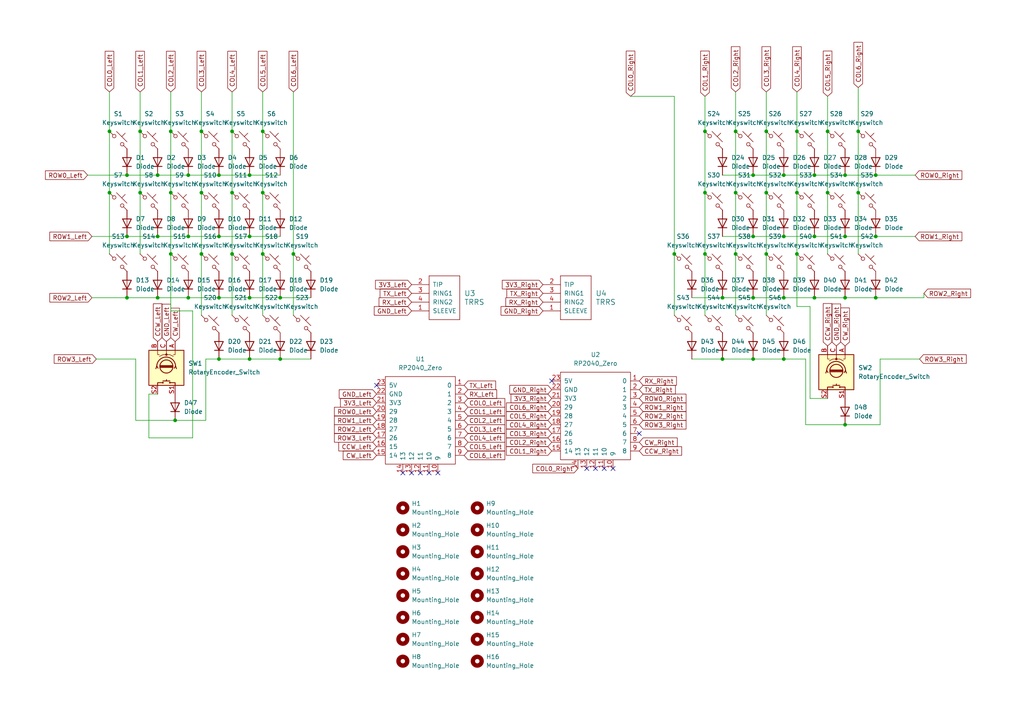
<source format=kicad_sch>
(kicad_sch (version 20230121) (generator eeschema)
  (paper "A4")
  (junction (at 49.53 55.88))
  (junction (at 218.44 104.14))
  (junction (at 245.11 86.36))
  (junction (at 54.61 68.58))
  (junction (at 67.31 55.88))
  (junction (at 222.25 55.88))
  (junction (at 81.28 86.36))
  (junction (at 240.03 38.1))
  (junction (at 85.09 73.66))
  (junction (at 36.83 50.8))
  (junction (at 45.72 86.36))
  (junction (at 245.11 123.19))
  (junction (at 36.83 68.58))
  (junction (at 218.44 50.8))
  (junction (at 254 50.8))
  (junction (at 227.33 86.36))
  (junction (at 67.31 73.66))
  (junction (at 209.55 86.36))
  (junction (at 72.39 86.36))
  (junction (at 31.75 38.1))
  (junction (at 209.55 104.14))
  (junction (at 63.5 104.14))
  (junction (at 58.42 55.88))
  (junction (at 218.44 86.36))
  (junction (at 204.47 73.66))
  (junction (at 245.11 50.8))
  (junction (at 45.72 68.58))
  (junction (at 236.22 86.36))
  (junction (at 204.47 38.1))
  (junction (at 49.53 38.1))
  (junction (at 227.33 68.58))
  (junction (at 58.42 38.1))
  (junction (at 67.31 38.1))
  (junction (at 245.11 68.58))
  (junction (at 218.44 68.58))
  (junction (at 231.14 73.66))
  (junction (at 231.14 55.88))
  (junction (at 50.8 121.92))
  (junction (at 213.36 38.1))
  (junction (at 45.72 50.8))
  (junction (at 76.2 38.1))
  (junction (at 36.83 86.36))
  (junction (at 72.39 68.58))
  (junction (at 49.53 73.66))
  (junction (at 213.36 55.88))
  (junction (at 222.25 73.66))
  (junction (at 231.14 38.1))
  (junction (at 72.39 104.14))
  (junction (at 195.58 73.66))
  (junction (at 81.28 104.14))
  (junction (at 40.64 38.1))
  (junction (at 236.22 68.58))
  (junction (at 72.39 50.8))
  (junction (at 31.75 55.88))
  (junction (at 240.03 55.88))
  (junction (at 236.22 50.8))
  (junction (at 63.5 50.8))
  (junction (at 213.36 73.66))
  (junction (at 248.92 55.88))
  (junction (at 204.47 55.88))
  (junction (at 63.5 86.36))
  (junction (at 227.33 50.8))
  (junction (at 254 68.58))
  (junction (at 76.2 55.88))
  (junction (at 40.64 55.88))
  (junction (at 227.33 104.14))
  (junction (at 58.42 73.66))
  (junction (at 222.25 38.1))
  (junction (at 54.61 50.8))
  (junction (at 254 86.36))
  (junction (at 63.5 68.58))
  (junction (at 54.61 86.36))
  (junction (at 248.92 38.1))
  (junction (at 76.2 73.66))
  (no_connect (at 121.92 137.16))
  (no_connect (at 185.42 125.73))
  (no_connect (at 175.26 135.89))
  (no_connect (at 170.18 135.89))
  (no_connect (at 172.72 135.89))
  (no_connect (at 127 137.16))
  (no_connect (at 119.38 137.16))
  (no_connect (at 124.46 137.16))
  (no_connect (at 160.02 110.49))
  (no_connect (at 109.22 111.76))
  (no_connect (at 116.84 137.16))
  (no_connect (at 177.8 135.89))
  (wire (pts (xy 200.66 86.36) (xy 209.55 86.36)))
  (wire (pts (xy 213.36 55.88) (xy 213.36 73.66)))
  (wire (pts (xy 240.03 55.88) (xy 240.03 73.66)))
  (wire (pts (xy 233.68 104.14) (xy 233.68 123.19)))
  (wire (pts (xy 59.69 121.92) (xy 50.8 121.92)))
  (wire (pts (xy 54.61 50.8) (xy 63.5 50.8)))
  (wire (pts (xy 236.22 50.8) (xy 245.11 50.8)))
  (wire (pts (xy 234.95 115.57) (xy 234.95 88.9)))
  (wire (pts (xy 63.5 104.14) (xy 72.39 104.14)))
  (wire (pts (xy 195.58 27.94) (xy 182.88 27.94)))
  (wire (pts (xy 195.58 73.66) (xy 195.58 27.94)))
  (wire (pts (xy 58.42 73.66) (xy 58.42 91.44)))
  (wire (pts (xy 81.28 104.14) (xy 90.17 104.14)))
  (wire (pts (xy 231.14 55.88) (xy 231.14 73.66)))
  (wire (pts (xy 204.47 38.1) (xy 204.47 55.88)))
  (wire (pts (xy 81.28 86.36) (xy 90.17 86.36)))
  (wire (pts (xy 245.11 50.8) (xy 254 50.8)))
  (wire (pts (xy 222.25 26.67) (xy 222.25 38.1)))
  (wire (pts (xy 255.27 123.19) (xy 255.27 104.14)))
  (wire (pts (xy 76.2 38.1) (xy 76.2 55.88)))
  (wire (pts (xy 248.92 55.88) (xy 248.92 73.66)))
  (wire (pts (xy 76.2 26.67) (xy 76.2 38.1)))
  (wire (pts (xy 72.39 68.58) (xy 81.28 68.58)))
  (wire (pts (xy 231.14 88.9) (xy 231.14 73.66)))
  (wire (pts (xy 40.64 38.1) (xy 40.64 55.88)))
  (wire (pts (xy 36.83 68.58) (xy 45.72 68.58)))
  (wire (pts (xy 40.64 26.67) (xy 40.64 38.1)))
  (wire (pts (xy 254 86.36) (xy 267.97 86.36)))
  (wire (pts (xy 231.14 26.67) (xy 231.14 38.1)))
  (wire (pts (xy 248.92 25.4) (xy 248.92 38.1)))
  (wire (pts (xy 195.58 73.66) (xy 195.58 91.44)))
  (wire (pts (xy 50.8 121.92) (xy 39.37 121.92)))
  (wire (pts (xy 213.36 38.1) (xy 213.36 55.88)))
  (wire (pts (xy 234.95 88.9) (xy 231.14 88.9)))
  (wire (pts (xy 204.47 73.66) (xy 204.47 91.44)))
  (wire (pts (xy 200.66 104.14) (xy 209.55 104.14)))
  (wire (pts (xy 55.88 90.17) (xy 55.88 127)))
  (wire (pts (xy 204.47 55.88) (xy 204.47 73.66)))
  (wire (pts (xy 59.69 104.14) (xy 59.69 121.92)))
  (wire (pts (xy 63.5 104.14) (xy 59.69 104.14)))
  (wire (pts (xy 45.72 86.36) (xy 54.61 86.36)))
  (wire (pts (xy 49.53 38.1) (xy 49.53 55.88)))
  (wire (pts (xy 43.18 114.3) (xy 45.72 114.3)))
  (wire (pts (xy 204.47 27.94) (xy 204.47 38.1)))
  (wire (pts (xy 31.75 55.88) (xy 31.75 73.66)))
  (wire (pts (xy 67.31 73.66) (xy 67.31 91.44)))
  (wire (pts (xy 245.11 86.36) (xy 254 86.36)))
  (wire (pts (xy 58.42 26.67) (xy 58.42 38.1)))
  (wire (pts (xy 209.55 50.8) (xy 218.44 50.8)))
  (wire (pts (xy 236.22 86.36) (xy 245.11 86.36)))
  (wire (pts (xy 67.31 38.1) (xy 67.31 55.88)))
  (wire (pts (xy 255.27 104.14) (xy 266.7 104.14)))
  (wire (pts (xy 63.5 86.36) (xy 72.39 86.36)))
  (wire (pts (xy 227.33 104.14) (xy 233.68 104.14)))
  (wire (pts (xy 67.31 26.67) (xy 67.31 38.1)))
  (wire (pts (xy 227.33 50.8) (xy 236.22 50.8)))
  (wire (pts (xy 76.2 73.66) (xy 76.2 91.44)))
  (wire (pts (xy 85.09 26.67) (xy 85.09 73.66)))
  (wire (pts (xy 240.03 115.57) (xy 234.95 115.57)))
  (wire (pts (xy 63.5 68.58) (xy 72.39 68.58)))
  (wire (pts (xy 55.88 90.17) (xy 49.53 90.17)))
  (wire (pts (xy 39.37 121.92) (xy 39.37 104.14)))
  (wire (pts (xy 267.97 85.09) (xy 267.97 86.36)))
  (wire (pts (xy 222.25 55.88) (xy 222.25 73.66)))
  (wire (pts (xy 26.67 68.58) (xy 36.83 68.58)))
  (wire (pts (xy 58.42 55.88) (xy 58.42 73.66)))
  (wire (pts (xy 31.75 26.67) (xy 31.75 38.1)))
  (wire (pts (xy 227.33 86.36) (xy 236.22 86.36)))
  (wire (pts (xy 209.55 86.36) (xy 218.44 86.36)))
  (wire (pts (xy 58.42 38.1) (xy 58.42 55.88)))
  (wire (pts (xy 36.83 50.8) (xy 45.72 50.8)))
  (wire (pts (xy 63.5 50.8) (xy 72.39 50.8)))
  (wire (pts (xy 54.61 68.58) (xy 63.5 68.58)))
  (wire (pts (xy 209.55 104.14) (xy 218.44 104.14)))
  (wire (pts (xy 218.44 50.8) (xy 227.33 50.8)))
  (wire (pts (xy 85.09 73.66) (xy 85.09 91.44)))
  (wire (pts (xy 248.92 38.1) (xy 248.92 55.88)))
  (wire (pts (xy 55.88 127) (xy 43.18 127)))
  (wire (pts (xy 213.36 26.67) (xy 213.36 38.1)))
  (wire (pts (xy 39.37 104.14) (xy 27.94 104.14)))
  (wire (pts (xy 222.25 73.66) (xy 222.25 91.44)))
  (wire (pts (xy 49.53 26.67) (xy 49.53 38.1)))
  (wire (pts (xy 240.03 38.1) (xy 240.03 55.88)))
  (wire (pts (xy 254 50.8) (xy 265.43 50.8)))
  (wire (pts (xy 245.11 68.58) (xy 254 68.58)))
  (wire (pts (xy 43.18 127) (xy 43.18 114.3)))
  (wire (pts (xy 209.55 68.58) (xy 218.44 68.58)))
  (wire (pts (xy 36.83 86.36) (xy 45.72 86.36)))
  (wire (pts (xy 54.61 86.36) (xy 63.5 86.36)))
  (wire (pts (xy 49.53 90.17) (xy 49.53 73.66)))
  (wire (pts (xy 227.33 68.58) (xy 236.22 68.58)))
  (wire (pts (xy 25.4 50.8) (xy 36.83 50.8)))
  (wire (pts (xy 40.64 55.88) (xy 40.64 73.66)))
  (wire (pts (xy 72.39 104.14) (xy 81.28 104.14)))
  (wire (pts (xy 218.44 86.36) (xy 227.33 86.36)))
  (wire (pts (xy 213.36 73.66) (xy 213.36 91.44)))
  (wire (pts (xy 231.14 38.1) (xy 231.14 55.88)))
  (wire (pts (xy 218.44 104.14) (xy 227.33 104.14)))
  (wire (pts (xy 72.39 86.36) (xy 81.28 86.36)))
  (wire (pts (xy 26.67 86.36) (xy 36.83 86.36)))
  (wire (pts (xy 233.68 123.19) (xy 245.11 123.19)))
  (wire (pts (xy 67.31 55.88) (xy 67.31 73.66)))
  (wire (pts (xy 254 68.58) (xy 265.43 68.58)))
  (wire (pts (xy 45.72 68.58) (xy 54.61 68.58)))
  (wire (pts (xy 49.53 55.88) (xy 49.53 73.66)))
  (wire (pts (xy 222.25 38.1) (xy 222.25 55.88)))
  (wire (pts (xy 45.72 50.8) (xy 54.61 50.8)))
  (wire (pts (xy 31.75 38.1) (xy 31.75 55.88)))
  (wire (pts (xy 245.11 123.19) (xy 255.27 123.19)))
  (wire (pts (xy 76.2 55.88) (xy 76.2 73.66)))
  (wire (pts (xy 72.39 50.8) (xy 81.28 50.8)))
  (wire (pts (xy 240.03 27.94) (xy 240.03 38.1)))
  (wire (pts (xy 236.22 68.58) (xy 245.11 68.58)))
  (wire (pts (xy 218.44 68.58) (xy 227.33 68.58)))
  (global_label "ROW0_Left" (shape input) (at 25.4 50.8 180) (property "Intersheetrefs" "${INTERSHEET_REFS}" (effects hide)))
  (global_label "CW_Right" (shape input) (at 185.42 128.27 0) (property "Intersheetrefs" "${INTERSHEET_REFS}" (effects hide)))
  (global_label "3V3_Left" (shape input) (at 109.22 116.84 180) (property "Intersheetrefs" "${INTERSHEET_REFS}" (effects hide)))
  (global_label "3V3_Left" (shape input) (at 119.38 82.55 180) (property "Intersheetrefs" "${INTERSHEET_REFS}" (effects hide)))
  (global_label "COL4_Right" (shape input) (at 160.02 123.19 180) (property "Intersheetrefs" "${INTERSHEET_REFS}" (effects hide)))
  (global_label "COL4_Left" (shape input) (at 67.31 26.67 90) (property "Intersheetrefs" "${INTERSHEET_REFS}" (effects hide)))
  (global_label "TX_Left" (shape input) (at 134.62 111.76 0) (property "Intersheetrefs" "${INTERSHEET_REFS}" (effects hide)))
  (global_label "COL6_Right" (shape input) (at 160.02 118.11 180) (property "Intersheetrefs" "${INTERSHEET_REFS}" (effects hide)))
  (global_label "COL3_Right" (shape input) (at 222.25 26.67 90) (property "Intersheetrefs" "${INTERSHEET_REFS}" (effects hide)))
  (global_label "COL3_Left" (shape input) (at 134.62 124.46 0) (property "Intersheetrefs" "${INTERSHEET_REFS}" (effects hide)))
  (global_label "CW_Right" (shape input) (at 245.11 100.33 90) (property "Intersheetrefs" "${INTERSHEET_REFS}" (effects hide)))
  (global_label "ROW2_Right" (shape input) (at 267.97 85.09 0) (property "Intersheetrefs" "${INTERSHEET_REFS}" (effects hide)))
  (global_label "COL5_Right" (shape input) (at 160.02 120.65 180) (property "Intersheetrefs" "${INTERSHEET_REFS}" (effects hide)))
  (global_label "CW_Left" (shape input) (at 109.22 132.08 180) (property "Intersheetrefs" "${INTERSHEET_REFS}" (effects hide)))
  (global_label "COL0_Left" (shape input) (at 31.75 26.67 90) (property "Intersheetrefs" "${INTERSHEET_REFS}" (effects hide)))
  (global_label "CCW_Left" (shape input) (at 45.72 99.06 90) (property "Intersheetrefs" "${INTERSHEET_REFS}" (effects hide)))
  (global_label "3V3_Right" (shape input) (at 157.48 82.55 180) (property "Intersheetrefs" "${INTERSHEET_REFS}" (effects hide)))
  (global_label "COL1_Right" (shape input) (at 204.47 27.94 90) (property "Intersheetrefs" "${INTERSHEET_REFS}" (effects hide)))
  (global_label "RX_Right" (shape input) (at 157.48 87.63 180) (property "Intersheetrefs" "${INTERSHEET_REFS}" (effects hide)))
  (global_label "COL6_Left" (shape input) (at 85.09 26.67 90) (property "Intersheetrefs" "${INTERSHEET_REFS}" (effects hide)))
  (global_label "ROW1_Right" (shape input) (at 185.42 118.11 0) (property "Intersheetrefs" "${INTERSHEET_REFS}" (effects hide)))
  (global_label "COL5_Left" (shape input) (at 76.2 26.67 90) (property "Intersheetrefs" "${INTERSHEET_REFS}" (effects hide)))
  (global_label "ROW0_Left" (shape input) (at 109.22 119.38 180) (property "Intersheetrefs" "${INTERSHEET_REFS}" (effects hide)))
  (global_label "COL3_Right" (shape input) (at 160.02 125.73 180) (property "Intersheetrefs" "${INTERSHEET_REFS}" (effects hide)))
  (global_label "ROW2_Left" (shape input) (at 109.22 124.46 180) (property "Intersheetrefs" "${INTERSHEET_REFS}" (effects hide)))
  (global_label "RX_Left" (shape input) (at 134.62 114.3 0) (property "Intersheetrefs" "${INTERSHEET_REFS}" (effects hide)))
  (global_label "COL0_Right" (shape input) (at 182.88 27.94 90) (property "Intersheetrefs" "${INTERSHEET_REFS}" (effects hide)))
  (global_label "ROW3_Right" (shape input) (at 266.7 104.14 0) (property "Intersheetrefs" "${INTERSHEET_REFS}" (effects hide)))
  (global_label "GND_Right" (shape input) (at 157.48 90.17 180) (property "Intersheetrefs" "${INTERSHEET_REFS}" (effects hide)))
  (global_label "CCW_Right" (shape input) (at 240.03 100.33 90) (property "Intersheetrefs" "${INTERSHEET_REFS}" (effects hide)))
  (global_label "COL5_Left" (shape input) (at 134.62 129.54 0) (property "Intersheetrefs" "${INTERSHEET_REFS}" (effects hide)))
  (global_label "3V3_Right" (shape input) (at 160.02 115.57 180) (property "Intersheetrefs" "${INTERSHEET_REFS}" (effects hide)))
  (global_label "COL2_Right" (shape input) (at 160.02 128.27 180) (property "Intersheetrefs" "${INTERSHEET_REFS}" (effects hide)))
  (global_label "CW_Left" (shape input) (at 50.8 99.06 90) (property "Intersheetrefs" "${INTERSHEET_REFS}" (effects hide)))
  (global_label "ROW1_Right" (shape input) (at 265.43 68.58 0) (property "Intersheetrefs" "${INTERSHEET_REFS}" (effects hide)))
  (global_label "COL5_Right" (shape input) (at 240.03 27.94 90) (property "Intersheetrefs" "${INTERSHEET_REFS}" (effects hide)))
  (global_label "TX_Right" (shape input) (at 157.48 85.09 180) (property "Intersheetrefs" "${INTERSHEET_REFS}" (effects hide)))
  (global_label "COL6_Left" (shape input) (at 134.62 132.08 0) (property "Intersheetrefs" "${INTERSHEET_REFS}" (effects hide)))
  (global_label "ROW3_Left" (shape input) (at 27.94 104.14 180) (property "Intersheetrefs" "${INTERSHEET_REFS}" (effects hide)))
  (global_label "ROW2_Left" (shape input) (at 26.67 86.36 180) (property "Intersheetrefs" "${INTERSHEET_REFS}" (effects hide)))
  (global_label "CCW_Left" (shape input) (at 109.22 129.54 180) (property "Intersheetrefs" "${INTERSHEET_REFS}" (effects hide)))
  (global_label "GND_Left" (shape input) (at 119.38 90.17 180) (property "Intersheetrefs" "${INTERSHEET_REFS}" (effects hide)))
  (global_label "GND_Left" (shape input) (at 109.22 114.3 180) (property "Intersheetrefs" "${INTERSHEET_REFS}" (effects hide)))
  (global_label "COL0_Left" (shape input) (at 134.62 116.84 0) (property "Intersheetrefs" "${INTERSHEET_REFS}" (effects hide)))
  (global_label "COL3_Left" (shape input) (at 58.42 26.67 90) (property "Intersheetrefs" "${INTERSHEET_REFS}" (effects hide)))
  (global_label "ROW1_Left" (shape input) (at 109.22 121.92 180) (property "Intersheetrefs" "${INTERSHEET_REFS}" (effects hide)))
  (global_label "GND_Left" (shape input) (at 48.26 99.06 90) (property "Intersheetrefs" "${INTERSHEET_REFS}" (effects hide)))
  (global_label "COL2_Left" (shape input) (at 134.62 121.92 0) (property "Intersheetrefs" "${INTERSHEET_REFS}" (effects hide)))
  (global_label "ROW1_Left" (shape input) (at 26.67 68.58 180) (property "Intersheetrefs" "${INTERSHEET_REFS}" (effects hide)))
  (global_label "ROW2_Right" (shape input) (at 185.42 120.65 0) (property "Intersheetrefs" "${INTERSHEET_REFS}" (effects hide)))
  (global_label "RX_Right" (shape input) (at 185.42 110.49 0) (property "Intersheetrefs" "${INTERSHEET_REFS}" (effects hide)))
  (global_label "COL1_Left" (shape input) (at 40.64 26.67 90) (property "Intersheetrefs" "${INTERSHEET_REFS}" (effects hide)))
  (global_label "ROW3_Right" (shape input) (at 185.42 123.19 0) (property "Intersheetrefs" "${INTERSHEET_REFS}" (effects hide)))
  (global_label "COL2_Left" (shape input) (at 49.53 26.67 90) (property "Intersheetrefs" "${INTERSHEET_REFS}" (effects hide)))
  (global_label "COL1_Left" (shape input) (at 134.62 119.38 0) (property "Intersheetrefs" "${INTERSHEET_REFS}" (effects hide)))
  (global_label "COL0_Right" (shape input) (at 167.64 135.89 180) (property "Intersheetrefs" "${INTERSHEET_REFS}" (effects hide)))
  (global_label "TX_Left" (shape input) (at 119.38 85.09 180) (property "Intersheetrefs" "${INTERSHEET_REFS}" (effects hide)))
  (global_label "ROW0_Right" (shape input) (at 265.43 50.8 0) (property "Intersheetrefs" "${INTERSHEET_REFS}" (effects hide)))
  (global_label "TX_Right" (shape input) (at 185.42 113.03 0) (property "Intersheetrefs" "${INTERSHEET_REFS}" (effects hide)))
  (global_label "RX_Left" (shape input) (at 119.38 87.63 180) (property "Intersheetrefs" "${INTERSHEET_REFS}" (effects hide)))
  (global_label "GND_Right" (shape input) (at 160.02 113.03 180) (property "Intersheetrefs" "${INTERSHEET_REFS}" (effects hide)))
  (global_label "CCW_Right" (shape input) (at 185.42 130.81 0) (property "Intersheetrefs" "${INTERSHEET_REFS}" (effects hide)))
  (global_label "COL1_Right" (shape input) (at 160.02 130.81 180) (property "Intersheetrefs" "${INTERSHEET_REFS}" (effects hide)))
  (global_label "GND_Right" (shape input) (at 242.57 100.33 90) (property "Intersheetrefs" "${INTERSHEET_REFS}" (effects hide)))
  (global_label "COL2_Right" (shape input) (at 213.36 26.67 90) (property "Intersheetrefs" "${INTERSHEET_REFS}" (effects hide)))
  (global_label "COL4_Right" (shape input) (at 231.14 26.67 90) (property "Intersheetrefs" "${INTERSHEET_REFS}" (effects hide)))
  (global_label "COL4_Left" (shape input) (at 134.62 127 0) (property "Intersheetrefs" "${INTERSHEET_REFS}" (effects hide)))
  (global_label "COL6_Right" (shape input) (at 248.92 25.4 90) (property "Intersheetrefs" "${INTERSHEET_REFS}" (effects hide)))
  (global_label "ROW0_Right" (shape input) (at 185.42 115.57 0) (property "Intersheetrefs" "${INTERSHEET_REFS}" (effects hide)))
  (global_label "ROW3_Left" (shape input) (at 109.22 127 180) (property "Intersheetrefs" "${INTERSHEET_REFS}" (effects hide)))
  (symbol (lib_id "ScottoKeebs:Placeholder_Diode") (at 236.22 82.55 90) (unit 1)
    (property "Reference" "D40" (at 238.76 81.28 90) (effects (justify right)))
    (property "Value" "Diode" (at 238.76 83.82 90) (effects (justify right)))
    (property "Footprint" "ScottoKeebs_Components:Diode_DO-35" (effects hide))
    (property "Sim.Device" "D" (effects hide))
    (property "Sim.Pins" "1=K 2=A" (effects hide))
  )
  (symbol (lib_id "ScottoKeebs:Placeholder_Diode") (at 81.28 64.77 90) (unit 1)
    (property "Reference" "D12" (at 83.82 63.5 90) (effects (justify right)))
    (property "Value" "Diode" (at 83.82 66.04 90) (effects (justify right)))
    (property "Footprint" "ScottoKeebs_Components:Diode_DO-35" (effects hide))
    (property "Sim.Device" "D" (effects hide))
    (property "Sim.Pins" "1=K 2=A" (effects hide))
  )
  (symbol (lib_id "ScottoKeebs:Placeholder_Diode") (at 72.39 46.99 90) (unit 1)
    (property "Reference" "D5" (at 74.93 45.72 90) (effects (justify right)))
    (property "Value" "Diode" (at 74.93 48.26 90) (effects (justify right)))
    (property "Footprint" "ScottoKeebs_Components:Diode_DO-35" (effects hide))
    (property "Sim.Device" "D" (effects hide))
    (property "Sim.Pins" "1=K 2=A" (effects hide))
  )
  (symbol (lib_id "Device:RotaryEncoder_Switch") (at 242.57 107.95 270) (unit 1)
    (property "Reference" "SW2" (at 248.92 106.68 90) (effects (justify left)))
    (property "Value" "RotaryEncoder_Switch" (at 248.92 109.22 90) (effects (justify left)))
    (property "Footprint" "Rotary_Encoder:RotaryEncoder_Alps_EC11E-Switch_Vertical_H20mm_CircularMountingHoles" (effects hide))
  )
  (symbol (lib_id "ScottoKeebs:Placeholder_Diode") (at 81.28 82.55 90) (unit 1)
    (property "Reference" "D18" (at 83.82 81.28 90) (effects (justify right)))
    (property "Value" "Diode" (at 83.82 83.82 90) (effects (justify right)))
    (property "Footprint" "ScottoKeebs_Components:Diode_DO-35" (effects hide))
    (property "Sim.Device" "D" (effects hide))
    (property "Sim.Pins" "1=K 2=A" (effects hide))
  )
  (symbol (lib_id "ScottoKeebs:Placeholder_Keyswitch") (at 242.57 76.2 0) (unit 1)
    (property "Reference" "S41" (at 242.57 68.58 0))
    (property "Value" "Keyswitch" (at 242.57 71.12 0))
    (property "Footprint" "ScottoKeebs_MX:MX_PCB_1.00u" (effects hide))
  )
  (symbol (lib_id "ScottoKeebs:Placeholder_Keyswitch") (at 43.18 40.64 0) (unit 1)
    (property "Reference" "S2" (at 43.18 33.02 0))
    (property "Value" "Keyswitch" (at 43.18 35.56 0))
    (property "Footprint" "ScottoKeebs_MX:MX_PCB_1.00u" (effects hide))
  )
  (symbol (lib_id "ScottoKeebs:Placeholder_Keyswitch") (at 233.68 76.2 0) (unit 1)
    (property "Reference" "S40" (at 233.68 68.58 0))
    (property "Value" "Keyswitch" (at 233.68 71.12 0))
    (property "Footprint" "ScottoKeebs_MX:MX_PCB_1.00u" (effects hide))
  )
  (symbol (lib_id "ScottoKeebs:Placeholder_Keyswitch") (at 78.74 76.2 0) (unit 1)
    (property "Reference" "S18" (at 78.74 68.58 0))
    (property "Value" "Keyswitch" (at 78.74 71.12 0))
    (property "Footprint" "ScottoKeebs_MX:MX_PCB_1.00u" (effects hide))
  )
  (symbol (lib_id "ScottoKeebs:Placeholder_Keyswitch") (at 34.29 58.42 0) (unit 1)
    (property "Reference" "S7" (at 34.29 50.8 0))
    (property "Value" "Keyswitch" (at 34.29 53.34 0))
    (property "Footprint" "ScottoKeebs_MX:MX_PCB_1.00u" (effects hide))
  )
  (symbol (lib_id "ScottoKeebs:Placeholder_Diode") (at 245.11 46.99 90) (unit 1)
    (property "Reference" "D28" (at 247.65 45.72 90) (effects (justify right)))
    (property "Value" "Diode" (at 247.65 48.26 90) (effects (justify right)))
    (property "Footprint" "ScottoKeebs_Components:Diode_DO-35" (effects hide))
    (property "Sim.Device" "D" (effects hide))
    (property "Sim.Pins" "1=K 2=A" (effects hide))
  )
  (symbol (lib_id "ScottoKeebs:Placeholder_Diode") (at 90.17 82.55 90) (unit 1)
    (property "Reference" "D19" (at 92.71 81.28 90) (effects (justify right)))
    (property "Value" "Diode" (at 92.71 83.82 90) (effects (justify right)))
    (property "Footprint" "ScottoKeebs_Components:Diode_DO-35" (effects hide))
    (property "Sim.Device" "D" (effects hide))
    (property "Sim.Pins" "1=K 2=A" (effects hide))
  )
  (symbol (lib_id "ScottoKeebs:Placeholder_Keyswitch") (at 198.12 93.98 0) (unit 1)
    (property "Reference" "S43" (at 198.12 86.36 0))
    (property "Value" "Keyswitch" (at 198.12 88.9 0))
    (property "Footprint" "ScottoKeebs_MX:MX_PCB_1.00u" (effects hide))
  )
  (symbol (lib_id "ScottoKeebs:Placeholder_Diode") (at 45.72 64.77 90) (unit 1)
    (property "Reference" "D8" (at 48.26 63.5 90) (effects (justify right)))
    (property "Value" "Diode" (at 48.26 66.04 90) (effects (justify right)))
    (property "Footprint" "ScottoKeebs_Components:Diode_DO-35" (effects hide))
    (property "Sim.Device" "D" (effects hide))
    (property "Sim.Pins" "1=K 2=A" (effects hide))
  )
  (symbol (lib_id "ScottoKeebs:Placeholder_Diode") (at 81.28 100.33 90) (unit 1)
    (property "Reference" "D22" (at 83.82 99.06 90) (effects (justify right)))
    (property "Value" "Diode" (at 83.82 101.6 90) (effects (justify right)))
    (property "Footprint" "ScottoKeebs_Components:Diode_DO-35" (effects hide))
    (property "Sim.Device" "D" (effects hide))
    (property "Sim.Pins" "1=K 2=A" (effects hide))
  )
  (symbol (lib_id "ScottoKeebs:Placeholder_Keyswitch") (at 69.85 93.98 0) (unit 1)
    (property "Reference" "S21" (at 69.85 86.36 0))
    (property "Value" "Keyswitch" (at 69.85 88.9 0))
    (property "Footprint" "ScottoKeebs_MX:MX_PCB_1.00u" (effects hide))
  )
  (symbol (lib_id "ScottoKeebs:Placeholder_Diode") (at 36.83 46.99 90) (unit 1)
    (property "Reference" "D1" (at 39.37 45.72 90) (effects (justify right)))
    (property "Value" "Diode" (at 39.37 48.26 90) (effects (justify right)))
    (property "Footprint" "ScottoKeebs_Components:Diode_DO-35" (effects hide))
    (property "Sim.Device" "D" (effects hide))
    (property "Sim.Pins" "1=K 2=A" (effects hide))
  )
  (symbol (lib_id "ScottoKeebs:Placeholder_Diode") (at 36.83 64.77 90) (unit 1)
    (property "Reference" "D7" (at 39.37 63.5 90) (effects (justify right)))
    (property "Value" "Diode" (at 39.37 66.04 90) (effects (justify right)))
    (property "Footprint" "ScottoKeebs_Components:Diode_DO-35" (effects hide))
    (property "Sim.Device" "D" (effects hide))
    (property "Sim.Pins" "1=K 2=A" (effects hide))
  )
  (symbol (lib_id "ScottoKeebs:Placeholder_Keyswitch") (at 60.96 76.2 0) (unit 1)
    (property "Reference" "S16" (at 60.96 68.58 0))
    (property "Value" "Keyswitch" (at 60.96 71.12 0))
    (property "Footprint" "ScottoKeebs_MX:MX_PCB_1.00u" (effects hide))
  )
  (symbol (lib_id "ScottoKeebs:Placeholder_Keyswitch") (at 224.79 58.42 0) (unit 1)
    (property "Reference" "S32" (at 224.79 50.8 0))
    (property "Value" "Keyswitch" (at 224.79 53.34 0))
    (property "Footprint" "ScottoKeebs_MX:MX_PCB_1.00u" (effects hide))
  )
  (symbol (lib_id "ScottoKeebs:Placeholder_Diode") (at 72.39 64.77 90) (unit 1)
    (property "Reference" "D11" (at 74.93 63.5 90) (effects (justify right)))
    (property "Value" "Diode" (at 74.93 66.04 90) (effects (justify right)))
    (property "Footprint" "ScottoKeebs_Components:Diode_DO-35" (effects hide))
    (property "Sim.Device" "D" (effects hide))
    (property "Sim.Pins" "1=K 2=A" (effects hide))
  )
  (symbol (lib_id "ScottoKeebs:Placeholder_Keyswitch") (at 207.01 93.98 0) (unit 1)
    (property "Reference" "S44" (at 207.01 86.36 0))
    (property "Value" "Keyswitch" (at 207.01 88.9 0))
    (property "Footprint" "ScottoKeebs_MX:MX_PCB_1.00u" (effects hide))
  )
  (symbol (lib_id "ScottoKeebs:Placeholder_Keyswitch") (at 224.79 93.98 0) (unit 1)
    (property "Reference" "S46" (at 224.79 86.36 0))
    (property "Value" "Keyswitch" (at 224.79 88.9 0))
    (property "Footprint" "ScottoKeebs_MX:MX_PCB_1.00u" (effects hide))
  )
  (symbol (lib_id "ScottoKeebs:Placeholder_Mounting_Hole") (at 116.84 160.02 0) (unit 1)
    (property "Reference" "H3" (at 119.38 158.75 0) (effects (justify left)))
    (property "Value" "Mounting_Hole" (at 119.38 161.29 0) (effects (justify left)))
    (property "Footprint" "MountingHole:MountingHole_2.2mm_M2" (effects hide))
  )
  (symbol (lib_id "ScottoKeebs:Placeholder_Mounting_Hole") (at 116.84 185.42 0) (unit 1)
    (property "Reference" "H7" (at 119.38 184.15 0) (effects (justify left)))
    (property "Value" "Mounting_Hole" (at 119.38 186.69 0) (effects (justify left)))
    (property "Footprint" "MountingHole:MountingHole_2.2mm_M2" (effects hide))
  )
  (symbol (lib_id "ScottoKeebs:Placeholder_Mounting_Hole") (at 138.43 147.32 0) (unit 1)
    (property "Reference" "H9" (at 140.97 146.05 0) (effects (justify left)))
    (property "Value" "Mounting_Hole" (at 140.97 148.59 0) (effects (justify left)))
    (property "Footprint" "MountingHole:MountingHole_2.2mm_M2" (effects hide))
  )
  (symbol (lib_id "ScottoKeebs:Placeholder_Keyswitch") (at 78.74 40.64 0) (unit 1)
    (property "Reference" "S6" (at 78.74 33.02 0))
    (property "Value" "Keyswitch" (at 78.74 35.56 0))
    (property "Footprint" "ScottoKeebs_MX:MX_PCB_1.00u" (effects hide))
  )
  (symbol (lib_id "ScottoKeebs:Placeholder_Keyswitch") (at 52.07 40.64 0) (unit 1)
    (property "Reference" "S3" (at 52.07 33.02 0))
    (property "Value" "Keyswitch" (at 52.07 35.56 0))
    (property "Footprint" "ScottoKeebs_MX:MX_PCB_1.00u" (effects hide))
  )
  (symbol (lib_id "ScottoKeebs:Placeholder_Mounting_Hole") (at 116.84 153.67 0) (unit 1)
    (property "Reference" "H2" (at 119.38 152.4 0) (effects (justify left)))
    (property "Value" "Mounting_Hole" (at 119.38 154.94 0) (effects (justify left)))
    (property "Footprint" "MountingHole:MountingHole_2.2mm_M2" (effects hide))
  )
  (symbol (lib_id "ScottoKeebs:Placeholder_Diode") (at 254 46.99 90) (unit 1)
    (property "Reference" "D29" (at 256.54 45.72 90) (effects (justify right)))
    (property "Value" "Diode" (at 256.54 48.26 90) (effects (justify right)))
    (property "Footprint" "ScottoKeebs_Components:Diode_DO-35" (effects hide))
    (property "Sim.Device" "D" (effects hide))
    (property "Sim.Pins" "1=K 2=A" (effects hide))
  )
  (symbol (lib_id "ScottoKeebs:Placeholder_Keyswitch") (at 34.29 76.2 0) (unit 1)
    (property "Reference" "S13" (at 34.29 68.58 0))
    (property "Value" "Keyswitch" (at 34.29 71.12 0))
    (property "Footprint" "ScottoKeebs_MX:MX_PCB_1.00u" (effects hide))
  )
  (symbol (lib_id "ScottoKeebs:Placeholder_Diode") (at 245.11 64.77 90) (unit 1)
    (property "Reference" "D34" (at 247.65 63.5 90) (effects (justify right)))
    (property "Value" "Diode" (at 247.65 66.04 90) (effects (justify right)))
    (property "Footprint" "ScottoKeebs_Components:Diode_DO-35" (effects hide))
    (property "Sim.Device" "D" (effects hide))
    (property "Sim.Pins" "1=K 2=A" (effects hide))
  )
  (symbol (lib_id "ScottoKeebs:Placeholder_Diode") (at 63.5 82.55 90) (unit 1)
    (property "Reference" "D16" (at 66.04 81.28 90) (effects (justify right)))
    (property "Value" "Diode" (at 66.04 83.82 90) (effects (justify right)))
    (property "Footprint" "ScottoKeebs_Components:Diode_DO-35" (effects hide))
    (property "Sim.Device" "D" (effects hide))
    (property "Sim.Pins" "1=K 2=A" (effects hide))
  )
  (symbol (lib_id "ScottoKeebs:Placeholder_Keyswitch") (at 60.96 58.42 0) (unit 1)
    (property "Reference" "S10" (at 60.96 50.8 0))
    (property "Value" "Keyswitch" (at 60.96 53.34 0))
    (property "Footprint" "ScottoKeebs_MX:MX_PCB_1.00u" (effects hide))
  )
  (symbol (lib_id "ScottoKeebs:Placeholder_Keyswitch") (at 215.9 58.42 0) (unit 1)
    (property "Reference" "S31" (at 215.9 50.8 0))
    (property "Value" "Keyswitch" (at 215.9 53.34 0))
    (property "Footprint" "ScottoKeebs_MX:MX_PCB_1.00u" (effects hide))
  )
  (symbol (lib_id "ScottoKeebs:Placeholder_Keyswitch") (at 207.01 40.64 0) (unit 1)
    (property "Reference" "S24" (at 207.01 33.02 0))
    (property "Value" "Keyswitch" (at 207.01 35.56 0))
    (property "Footprint" "ScottoKeebs_MX:MX_PCB_1.00u" (effects hide))
  )
  (symbol (lib_id "ScottoKeebs:Placeholder_Mounting_Hole") (at 138.43 185.42 0) (unit 1)
    (property "Reference" "H15" (at 140.97 184.15 0) (effects (justify left)))
    (property "Value" "Mounting_Hole" (at 140.97 186.69 0) (effects (justify left)))
    (property "Footprint" "MountingHole:MountingHole_2.2mm_M2" (effects hide))
  )
  (symbol (lib_id "ScottoKeebs:Placeholder_Keyswitch") (at 87.63 93.98 0) (unit 1)
    (property "Reference" "S23" (at 87.63 86.36 0))
    (property "Value" "Keyswitch" (at 87.63 88.9 0))
    (property "Footprint" "ScottoKeebs_MX:MX_PCB_1.00u" (effects hide))
  )
  (symbol (lib_id "ScottoKeebs:Placeholder_Diode") (at 227.33 46.99 90) (unit 1)
    (property "Reference" "D26" (at 229.87 45.72 90) (effects (justify right)))
    (property "Value" "Diode" (at 229.87 48.26 90) (effects (justify right)))
    (property "Footprint" "ScottoKeebs_Components:Diode_DO-35" (effects hide))
    (property "Sim.Device" "D" (effects hide))
    (property "Sim.Pins" "1=K 2=A" (effects hide))
  )
  (symbol (lib_id "ScottoKeebs:Placeholder_Diode") (at 227.33 64.77 90) (unit 1)
    (property "Reference" "D32" (at 229.87 63.5 90) (effects (justify right)))
    (property "Value" "Diode" (at 229.87 66.04 90) (effects (justify right)))
    (property "Footprint" "ScottoKeebs_Components:Diode_DO-35" (effects hide))
    (property "Sim.Device" "D" (effects hide))
    (property "Sim.Pins" "1=K 2=A" (effects hide))
  )
  (symbol (lib_id "ScottoKeebs:Placeholder_Mounting_Hole") (at 138.43 191.77 0) (unit 1)
    (property "Reference" "H16" (at 140.97 190.5 0) (effects (justify left)))
    (property "Value" "Mounting_Hole" (at 140.97 193.04 0) (effects (justify left)))
    (property "Footprint" "MountingHole:MountingHole_2.2mm_M2" (effects hide))
  )
  (symbol (lib_id "ScottoKeebs:Placeholder_Keyswitch") (at 233.68 40.64 0) (unit 1)
    (property "Reference" "S27" (at 233.68 33.02 0))
    (property "Value" "Keyswitch" (at 233.68 35.56 0))
    (property "Footprint" "ScottoKeebs_MX:MX_PCB_1.00u" (effects hide))
  )
  (symbol (lib_id "ScottoKeebs:Placeholder_Keyswitch") (at 215.9 93.98 0) (unit 1)
    (property "Reference" "S45" (at 215.9 86.36 0))
    (property "Value" "Keyswitch" (at 215.9 88.9 0))
    (property "Footprint" "ScottoKeebs_MX:MX_PCB_1.00u" (effects hide))
  )
  (symbol (lib_id "ScottoKeebs:Placeholder_Keyswitch") (at 78.74 58.42 0) (unit 1)
    (property "Reference" "S12" (at 78.74 50.8 0))
    (property "Value" "Keyswitch" (at 78.74 53.34 0))
    (property "Footprint" "ScottoKeebs_MX:MX_PCB_1.00u" (effects hide))
  )
  (symbol (lib_id "ScottoKeebs:Placeholder_Keyswitch") (at 251.46 40.64 0) (unit 1)
    (property "Reference" "S29" (at 251.46 33.02 0))
    (property "Value" "Keyswitch" (at 251.46 35.56 0))
    (property "Footprint" "ScottoKeebs_MX:MX_PCB_1.00u" (effects hide))
  )
  (symbol (lib_id "ScottoKeebs:Placeholder_Diode") (at 63.5 64.77 90) (unit 1)
    (property "Reference" "D10" (at 66.04 63.5 90) (effects (justify right)))
    (property "Value" "Diode" (at 66.04 66.04 90) (effects (justify right)))
    (property "Footprint" "ScottoKeebs_Components:Diode_DO-35" (effects hide))
    (property "Sim.Device" "D" (effects hide))
    (property "Sim.Pins" "1=K 2=A" (effects hide))
  )
  (symbol (lib_id "ScottoKeebs:Placeholder_Diode") (at 45.72 46.99 90) (unit 1)
    (property "Reference" "D2" (at 48.26 45.72 90) (effects (justify right)))
    (property "Value" "Diode" (at 48.26 48.26 90) (effects (justify right)))
    (property "Footprint" "ScottoKeebs_Components:Diode_DO-35" (effects hide))
    (property "Sim.Device" "D" (effects hide))
    (property "Sim.Pins" "1=K 2=A" (effects hide))
  )
  (symbol (lib_id "ScottoKeebs:Placeholder_Diode") (at 54.61 82.55 90) (unit 1)
    (property "Reference" "D15" (at 57.15 81.28 90) (effects (justify right)))
    (property "Value" "Diode" (at 57.15 83.82 90) (effects (justify right)))
    (property "Footprint" "ScottoKeebs_Components:Diode_DO-35" (effects hide))
    (property "Sim.Device" "D" (effects hide))
    (property "Sim.Pins" "1=K 2=A" (effects hide))
  )
  (symbol (lib_id "ScottoKeebs:Placeholder_Keyswitch") (at 233.68 58.42 0) (unit 1)
    (property "Reference" "S33" (at 233.68 50.8 0))
    (property "Value" "Keyswitch" (at 233.68 53.34 0))
    (property "Footprint" "ScottoKeebs_MX:MX_PCB_1.00u" (effects hide))
  )
  (symbol (lib_id "ScottoKeebs:Placeholder_Keyswitch") (at 215.9 40.64 0) (unit 1)
    (property "Reference" "S25" (at 215.9 33.02 0))
    (property "Value" "Keyswitch" (at 215.9 35.56 0))
    (property "Footprint" "ScottoKeebs_MX:MX_PCB_1.00u" (effects hide))
  )
  (symbol (lib_id "ScottoKeebs:Placeholder_Diode") (at 209.55 100.33 90) (unit 1)
    (property "Reference" "D44" (at 212.09 99.06 90) (effects (justify right)))
    (property "Value" "Diode" (at 212.09 101.6 90) (effects (justify right)))
    (property "Footprint" "ScottoKeebs_Components:Diode_DO-35" (effects hide))
    (property "Sim.Device" "D" (effects hide))
    (property "Sim.Pins" "1=K 2=A" (effects hide))
  )
  (symbol (lib_id "ScottoKeebs:MCU_RP2040_Zero") (at 121.92 120.65 0) (unit 1)
    (property "Reference" "U1" (at 121.92 104.14 0))
    (property "Value" "RP2040_Zero" (at 121.92 106.68 0))
    (property "Footprint" "ScottoKeebs_MCU:RP2040_Zero" (effects hide))
  )
  (symbol (lib_id "ScottoKeebs:Placeholder_Diode") (at 45.72 82.55 90) (unit 1)
    (property "Reference" "D14" (at 48.26 81.28 90) (effects (justify right)))
    (property "Value" "Diode" (at 48.26 83.82 90) (effects (justify right)))
    (property "Footprint" "ScottoKeebs_Components:Diode_DO-35" (effects hide))
    (property "Sim.Device" "D" (effects hide))
    (property "Sim.Pins" "1=K 2=A" (effects hide))
  )
  (symbol (lib_id "ScottoKeebs:Placeholder_Keyswitch") (at 52.07 58.42 0) (unit 1)
    (property "Reference" "S9" (at 52.07 50.8 0))
    (property "Value" "Keyswitch" (at 52.07 53.34 0))
    (property "Footprint" "ScottoKeebs_MX:MX_PCB_1.00u" (effects hide))
  )
  (symbol (lib_id "ScottoKeebs:Placeholder_Keyswitch") (at 87.63 76.2 0) (unit 1)
    (property "Reference" "S19" (at 87.63 68.58 0))
    (property "Value" "Keyswitch" (at 87.63 71.12 0))
    (property "Footprint" "ScottoKeebs_MX:MX_PCB_1.00u" (effects hide))
  )
  (symbol (lib_id "ScottoKeebs:Placeholder_Keyswitch") (at 60.96 93.98 0) (unit 1)
    (property "Reference" "S20" (at 60.96 86.36 0))
    (property "Value" "Keyswitch" (at 60.96 88.9 0))
    (property "Footprint" "ScottoKeebs_MX:MX_PCB_1.00u" (effects hide))
  )
  (symbol (lib_id "ScottoKeebs:Placeholder_TRRS") (at 128.27 92.71 0) (unit 1)
    (property "Reference" "U3" (at 134.62 85.09 0) (effects (font (size 1.524 1.524)) (justify left)))
    (property "Value" "TRRS" (at 134.62 87.63 0) (effects (font (size 1.524 1.524)) (justify left)))
    (property "Footprint" "ScottoKeebs_Components:TRRS_PJ-320A" (effects hide))
  )
  (symbol (lib_id "ScottoKeebs:Placeholder_Keyswitch") (at 242.57 40.64 0) (unit 1)
    (property "Reference" "S28" (at 242.57 33.02 0))
    (property "Value" "Keyswitch" (at 242.57 35.56 0))
    (property "Footprint" "ScottoKeebs_MX:MX_PCB_1.00u" (effects hide))
  )
  (symbol (lib_id "ScottoKeebs:Placeholder_Diode") (at 245.11 82.55 90) (unit 1)
    (property "Reference" "D41" (at 247.65 81.28 90) (effects (justify right)))
    (property "Value" "Diode" (at 247.65 83.82 90) (effects (justify right)))
    (property "Footprint" "ScottoKeebs_Components:Diode_DO-35" (effects hide))
    (property "Sim.Device" "D" (effects hide))
    (property "Sim.Pins" "1=K 2=A" (effects hide))
  )
  (symbol (lib_id "ScottoKeebs:Placeholder_Keyswitch") (at 207.01 76.2 0) (unit 1)
    (property "Reference" "S37" (at 207.01 68.58 0))
    (property "Value" "Keyswitch" (at 207.01 71.12 0))
    (property "Footprint" "ScottoKeebs_MX:MX_PCB_1.00u" (effects hide))
  )
  (symbol (lib_id "ScottoKeebs:Placeholder_Keyswitch") (at 43.18 76.2 0) (unit 1)
    (property "Reference" "S14" (at 43.18 68.58 0))
    (property "Value" "Keyswitch" (at 43.18 71.12 0))
    (property "Footprint" "ScottoKeebs_MX:MX_PCB_1.00u" (effects hide))
  )
  (symbol (lib_id "ScottoKeebs:Placeholder_Keyswitch") (at 78.74 93.98 0) (unit 1)
    (property "Reference" "S22" (at 78.74 86.36 0))
    (property "Value" "Keyswitch" (at 78.74 88.9 0))
    (property "Footprint" "ScottoKeebs_MX:MX_PCB_1.00u" (effects hide))
  )
  (symbol (lib_id "ScottoKeebs:Placeholder_Keyswitch") (at 215.9 76.2 0) (unit 1)
    (property "Reference" "S38" (at 215.9 68.58 0))
    (property "Value" "Keyswitch" (at 215.9 71.12 0))
    (property "Footprint" "ScottoKeebs_MX:MX_PCB_1.00u" (effects hide))
  )
  (symbol (lib_id "ScottoKeebs:Placeholder_Keyswitch") (at 43.18 58.42 0) (unit 1)
    (property "Reference" "S8" (at 43.18 50.8 0))
    (property "Value" "Keyswitch" (at 43.18 53.34 0))
    (property "Footprint" "ScottoKeebs_MX:MX_PCB_1.00u" (effects hide))
  )
  (symbol (lib_id "ScottoKeebs:Placeholder_Diode") (at 227.33 100.33 90) (unit 1)
    (property "Reference" "D46" (at 229.87 99.06 90) (effects (justify right)))
    (property "Value" "Diode" (at 229.87 101.6 90) (effects (justify right)))
    (property "Footprint" "ScottoKeebs_Components:Diode_DO-35" (effects hide))
    (property "Sim.Device" "D" (effects hide))
    (property "Sim.Pins" "1=K 2=A" (effects hide))
  )
  (symbol (lib_id "ScottoKeebs:Placeholder_Diode") (at 200.66 100.33 90) (unit 1)
    (property "Reference" "D43" (at 203.2 99.06 90) (effects (justify right)))
    (property "Value" "Diode" (at 203.2 101.6 90) (effects (justify right)))
    (property "Footprint" "ScottoKeebs_Components:Diode_DO-35" (effects hide))
    (property "Sim.Device" "D" (effects hide))
    (property "Sim.Pins" "1=K 2=A" (effects hide))
  )
  (symbol (lib_id "ScottoKeebs:Placeholder_Diode") (at 218.44 46.99 90) (unit 1)
    (property "Reference" "D25" (at 220.98 45.72 90) (effects (justify right)))
    (property "Value" "Diode" (at 220.98 48.26 90) (effects (justify right)))
    (property "Footprint" "ScottoKeebs_Components:Diode_DO-35" (effects hide))
    (property "Sim.Device" "D" (effects hide))
    (property "Sim.Pins" "1=K 2=A" (effects hide))
  )
  (symbol (lib_id "ScottoKeebs:Placeholder_Diode") (at 50.8 118.11 90) (unit 1)
    (property "Reference" "D47" (at 53.34 116.84 90) (effects (justify right)))
    (property "Value" "Diode" (at 53.34 119.38 90) (effects (justify right)))
    (property "Footprint" "ScottoKeebs_Components:Diode_DO-35" (effects hide))
    (property "Sim.Device" "D" (effects hide))
    (property "Sim.Pins" "1=K 2=A" (effects hide))
  )
  (symbol (lib_id "ScottoKeebs:Placeholder_Diode") (at 200.66 82.55 90) (unit 1)
    (property "Reference" "D36" (at 203.2 81.28 90) (effects (justify right)))
    (property "Value" "Diode" (at 203.2 83.82 90) (effects (justify right)))
    (property "Footprint" "ScottoKeebs_Components:Diode_DO-35" (effects hide))
    (property "Sim.Device" "D" (effects hide))
    (property "Sim.Pins" "1=K 2=A" (effects hide))
  )
  (symbol (lib_id "ScottoKeebs:Placeholder_Diode") (at 63.5 46.99 90) (unit 1)
    (property "Reference" "D4" (at 66.04 45.72 90) (effects (justify right)))
    (property "Value" "Diode" (at 66.04 48.26 90) (effects (justify right)))
    (property "Footprint" "ScottoKeebs_Components:Diode_DO-35" (effects hide))
    (property "Sim.Device" "D" (effects hide))
    (property "Sim.Pins" "1=K 2=A" (effects hide))
  )
  (symbol (lib_id "ScottoKeebs:Placeholder_Diode") (at 209.55 82.55 90) (unit 1)
    (property "Reference" "D37" (at 212.09 81.28 90) (effects (justify right)))
    (property "Value" "Diode" (at 212.09 83.82 90) (effects (justify right)))
    (property "Footprint" "ScottoKeebs_Components:Diode_DO-35" (effects hide))
    (property "Sim.Device" "D" (effects hide))
    (property "Sim.Pins" "1=K 2=A" (effects hide))
  )
  (symbol (lib_id "ScottoKeebs:Placeholder_Keyswitch") (at 251.46 58.42 0) (unit 1)
    (property "Reference" "S35" (at 251.46 50.8 0))
    (property "Value" "Keyswitch" (at 251.46 53.34 0))
    (property "Footprint" "ScottoKeebs_MX:MX_PCB_1.00u" (effects hide))
  )
  (symbol (lib_id "ScottoKeebs:Placeholder_Diode") (at 218.44 100.33 90) (unit 1)
    (property "Reference" "D45" (at 220.98 99.06 90) (effects (justify right)))
    (property "Value" "Diode" (at 220.98 101.6 90) (effects (justify right)))
    (property "Footprint" "ScottoKeebs_Components:Diode_DO-35" (effects hide))
    (property "Sim.Device" "D" (effects hide))
    (property "Sim.Pins" "1=K 2=A" (effects hide))
  )
  (symbol (lib_id "ScottoKeebs:Placeholder_Diode") (at 54.61 46.99 90) (unit 1)
    (property "Reference" "D3" (at 57.15 45.72 90) (effects (justify right)))
    (property "Value" "Diode" (at 57.15 48.26 90) (effects (justify right)))
    (property "Footprint" "ScottoKeebs_Components:Diode_DO-35" (effects hide))
    (property "Sim.Device" "D" (effects hide))
    (property "Sim.Pins" "1=K 2=A" (effects hide))
  )
  (symbol (lib_id "ScottoKeebs:Placeholder_Keyswitch") (at 69.85 76.2 0) (unit 1)
    (property "Reference" "S17" (at 69.85 68.58 0))
    (property "Value" "Keyswitch" (at 69.85 71.12 0))
    (property "Footprint" "ScottoKeebs_MX:MX_PCB_1.00u" (effects hide))
  )
  (symbol (lib_id "ScottoKeebs:Placeholder_Diode") (at 54.61 64.77 90) (unit 1)
    (property "Reference" "D9" (at 57.15 63.5 90) (effects (justify right)))
    (property "Value" "Diode" (at 57.15 66.04 90) (effects (justify right)))
    (property "Footprint" "ScottoKeebs_Components:Diode_DO-35" (effects hide))
    (property "Sim.Device" "D" (effects hide))
    (property "Sim.Pins" "1=K 2=A" (effects hide))
  )
  (symbol (lib_id "ScottoKeebs:Placeholder_Keyswitch") (at 34.29 40.64 0) (unit 1)
    (property "Reference" "S1" (at 34.29 33.02 0))
    (property "Value" "Keyswitch" (at 34.29 35.56 0))
    (property "Footprint" "ScottoKeebs_MX:MX_PCB_1.00u" (effects hide))
  )
  (symbol (lib_id "ScottoKeebs:Placeholder_Diode") (at 254 64.77 90) (unit 1)
    (property "Reference" "D35" (at 256.54 63.5 90) (effects (justify right)))
    (property "Value" "Diode" (at 256.54 66.04 90) (effects (justify right)))
    (property "Footprint" "ScottoKeebs_Components:Diode_DO-35" (effects hide))
    (property "Sim.Device" "D" (effects hide))
    (property "Sim.Pins" "1=K 2=A" (effects hide))
  )
  (symbol (lib_id "ScottoKeebs:Placeholder_Diode") (at 218.44 82.55 90) (unit 1)
    (property "Reference" "D38" (at 220.98 81.28 90) (effects (justify right)))
    (property "Value" "Diode" (at 220.98 83.82 90) (effects (justify right)))
    (property "Footprint" "ScottoKeebs_Components:Diode_DO-35" (effects hide))
    (property "Sim.Device" "D" (effects hide))
    (property "Sim.Pins" "1=K 2=A" (effects hide))
  )
  (symbol (lib_id "ScottoKeebs:Placeholder_Keyswitch") (at 198.12 76.2 0) (unit 1)
    (property "Reference" "S36" (at 198.12 68.58 0))
    (property "Value" "Keyswitch" (at 198.12 71.12 0))
    (property "Footprint" "ScottoKeebs_MX:MX_PCB_1.00u" (effects hide))
  )
  (symbol (lib_id "ScottoKeebs:Placeholder_Keyswitch") (at 52.07 76.2 0) (unit 1)
    (property "Reference" "S15" (at 52.07 68.58 0))
    (property "Value" "Keyswitch" (at 52.07 71.12 0))
    (property "Footprint" "ScottoKeebs_MX:MX_PCB_1.00u" (effects hide))
  )
  (symbol (lib_id "ScottoKeebs:MCU_RP2040_Zero") (at 172.72 119.38 0) (unit 1)
    (property "Reference" "U2" (at 172.72 102.87 0))
    (property "Value" "RP2040_Zero" (at 172.72 105.41 0))
    (property "Footprint" "ScottoKeebs_MCU:RP2040_Zero" (effects hide))
  )
  (symbol (lib_id "ScottoKeebs:Placeholder_Mounting_Hole") (at 138.43 160.02 0) (unit 1)
    (property "Reference" "H11" (at 140.97 158.75 0) (effects (justify left)))
    (property "Value" "Mounting_Hole" (at 140.97 161.29 0) (effects (justify left)))
    (property "Footprint" "MountingHole:MountingHole_2.2mm_M2" (effects hide))
  )
  (symbol (lib_id "ScottoKeebs:Placeholder_Diode") (at 245.11 119.38 90) (unit 1)
    (property "Reference" "D48" (at 247.65 118.11 90) (effects (justify right)))
    (property "Value" "Diode" (at 247.65 120.65 90) (effects (justify right)))
    (property "Footprint" "ScottoKeebs_Components:Diode_DO-35" (effects hide))
    (property "Sim.Device" "D" (effects hide))
    (property "Sim.Pins" "1=K 2=A" (effects hide))
  )
  (symbol (lib_id "ScottoKeebs:Placeholder_Diode") (at 36.83 82.55 90) (unit 1)
    (property "Reference" "D13" (at 39.37 81.28 90) (effects (justify right)))
    (property "Value" "Diode" (at 39.37 83.82 90) (effects (justify right)))
    (property "Footprint" "ScottoKeebs_Components:Diode_DO-35" (effects hide))
    (property "Sim.Device" "D" (effects hide))
    (property "Sim.Pins" "1=K 2=A" (effects hide))
  )
  (symbol (lib_id "ScottoKeebs:Placeholder_Diode") (at 218.44 64.77 90) (unit 1)
    (property "Reference" "D31" (at 220.98 63.5 90) (effects (justify right)))
    (property "Value" "Diode" (at 220.98 66.04 90) (effects (justify right)))
    (property "Footprint" "ScottoKeebs_Components:Diode_DO-35" (effects hide))
    (property "Sim.Device" "D" (effects hide))
    (property "Sim.Pins" "1=K 2=A" (effects hide))
  )
  (symbol (lib_id "ScottoKeebs:Placeholder_Keyswitch") (at 251.46 76.2 0) (unit 1)
    (property "Reference" "S42" (at 251.46 68.58 0))
    (property "Value" "Keyswitch" (at 251.46 71.12 0))
    (property "Footprint" "ScottoKeebs_MX:MX_PCB_1.00u" (effects hide))
  )
  (symbol (lib_id "ScottoKeebs:Placeholder_Diode") (at 63.5 100.33 90) (unit 1)
    (property "Reference" "D20" (at 66.04 99.06 90) (effects (justify right)))
    (property "Value" "Diode" (at 66.04 101.6 90) (effects (justify right)))
    (property "Footprint" "ScottoKeebs_Components:Diode_DO-35" (effects hide))
    (property "Sim.Device" "D" (effects hide))
    (property "Sim.Pins" "1=K 2=A" (effects hide))
  )
  (symbol (lib_id "ScottoKeebs:Placeholder_Mounting_Hole") (at 116.84 179.07 0) (unit 1)
    (property "Reference" "H6" (at 119.38 177.8 0) (effects (justify left)))
    (property "Value" "Mounting_Hole" (at 119.38 180.34 0) (effects (justify left)))
    (property "Footprint" "MountingHole:MountingHole_2.2mm_M2" (effects hide))
  )
  (symbol (lib_id "ScottoKeebs:Placeholder_Keyswitch") (at 207.01 58.42 0) (unit 1)
    (property "Reference" "S30" (at 207.01 50.8 0))
    (property "Value" "Keyswitch" (at 207.01 53.34 0))
    (property "Footprint" "ScottoKeebs_MX:MX_PCB_1.00u" (effects hide))
  )
  (symbol (lib_id "ScottoKeebs:Placeholder_Keyswitch") (at 69.85 58.42 0) (unit 1)
    (property "Reference" "S11" (at 69.85 50.8 0))
    (property "Value" "Keyswitch" (at 69.85 53.34 0))
    (property "Footprint" "ScottoKeebs_MX:MX_PCB_1.00u" (effects hide))
  )
  (symbol (lib_id "Device:RotaryEncoder_Switch") (at 48.26 106.68 270) (unit 1)
    (property "Reference" "SW1" (at 54.61 105.41 90) (effects (justify left)))
    (property "Value" "RotaryEncoder_Switch" (at 54.61 107.95 90) (effects (justify left)))
    (property "Footprint" "Rotary_Encoder:RotaryEncoder_Alps_EC11E-Switch_Vertical_H20mm_CircularMountingHoles" (effects hide))
  )
  (symbol (lib_id "ScottoKeebs:Placeholder_Diode") (at 209.55 64.77 90) (unit 1)
    (property "Reference" "D30" (at 212.09 63.5 90) (effects (justify right)))
    (property "Value" "Diode" (at 212.09 66.04 90) (effects (justify right)))
    (property "Footprint" "ScottoKeebs_Components:Diode_DO-35" (effects hide))
    (property "Sim.Device" "D" (effects hide))
    (property "Sim.Pins" "1=K 2=A" (effects hide))
  )
  (symbol (lib_id "ScottoKeebs:Placeholder_Mounting_Hole") (at 138.43 179.07 0) (unit 1)
    (property "Reference" "H14" (at 140.97 177.8 0) (effects (justify left)))
    (property "Value" "Mounting_Hole" (at 140.97 180.34 0) (effects (justify left)))
    (property "Footprint" "MountingHole:MountingHole_2.2mm_M2" (effects hide))
  )
  (symbol (lib_id "ScottoKeebs:Placeholder_Mounting_Hole") (at 138.43 172.72 0) (unit 1)
    (property "Reference" "H13" (at 140.97 171.45 0) (effects (justify left)))
    (property "Value" "Mounting_Hole" (at 140.97 173.99 0) (effects (justify left)))
    (property "Footprint" "MountingHole:MountingHole_2.2mm_M2" (effects hide))
  )
  (symbol (lib_id "ScottoKeebs:Placeholder_Diode") (at 90.17 100.33 90) (unit 1)
    (property "Reference" "D23" (at 92.71 99.06 90) (effects (justify right)))
    (property "Value" "Diode" (at 92.71 101.6 90) (effects (justify right)))
    (property "Footprint" "ScottoKeebs_Components:Diode_DO-35" (effects hide))
    (property "Sim.Device" "D" (effects hide))
    (property "Sim.Pins" "1=K 2=A" (effects hide))
  )
  (symbol (lib_id "ScottoKeebs:Placeholder_Mounting_Hole") (at 116.84 147.32 0) (unit 1)
    (property "Reference" "H1" (at 119.38 146.05 0) (effects (justify left)))
    (property "Value" "Mounting_Hole" (at 119.38 148.59 0) (effects (justify left)))
    (property "Footprint" "MountingHole:MountingHole_2.2mm_M2" (effects hide))
  )
  (symbol (lib_id "ScottoKeebs:Placeholder_Diode") (at 209.55 46.99 90) (unit 1)
    (property "Reference" "D24" (at 212.09 45.72 90) (effects (justify right)))
    (property "Value" "Diode" (at 212.09 48.26 90) (effects (justify right)))
    (property "Footprint" "ScottoKeebs_Components:Diode_DO-35" (effects hide))
    (property "Sim.Device" "D" (effects hide))
    (property "Sim.Pins" "1=K 2=A" (effects hide))
  )
  (symbol (lib_id "ScottoKeebs:Placeholder_Diode") (at 236.22 46.99 90) (unit 1)
    (property "Reference" "D27" (at 238.76 45.72 90) (effects (justify right)))
    (property "Value" "Diode" (at 238.76 48.26 90) (effects (justify right)))
    (property "Footprint" "ScottoKeebs_Components:Diode_DO-35" (effects hide))
    (property "Sim.Device" "D" (effects hide))
    (property "Sim.Pins" "1=K 2=A" (effects hide))
  )
  (symbol (lib_id "ScottoKeebs:Placeholder_Diode") (at 254 82.55 90) (unit 1)
    (property "Reference" "D42" (at 256.54 81.28 90) (effects (justify right)))
    (property "Value" "Diode" (at 256.54 83.82 90) (effects (justify right)))
    (property "Footprint" "ScottoKeebs_Components:Diode_DO-35" (effects hide))
    (property "Sim.Device" "D" (effects hide))
    (property "Sim.Pins" "1=K 2=A" (effects hide))
  )
  (symbol (lib_id "ScottoKeebs:Placeholder_Diode") (at 72.39 82.55 90) (unit 1)
    (property "Reference" "D17" (at 74.93 81.28 90) (effects (justify right)))
    (property "Value" "Diode" (at 74.93 83.82 90) (effects (justify right)))
    (property "Footprint" "ScottoKeebs_Components:Diode_DO-35" (effects hide))
    (property "Sim.Device" "D" (effects hide))
    (property "Sim.Pins" "1=K 2=A" (effects hide))
  )
  (symbol (lib_id "ScottoKeebs:Placeholder_Mounting_Hole") (at 116.84 166.37 0) (unit 1)
    (property "Reference" "H4" (at 119.38 165.1 0) (effects (justify left)))
    (property "Value" "Mounting_Hole" (at 119.38 167.64 0) (effects (justify left)))
    (property "Footprint" "MountingHole:MountingHole_2.2mm_M2" (effects hide))
  )
  (symbol (lib_id "ScottoKeebs:Placeholder_Diode") (at 81.28 46.99 90) (unit 1)
    (property "Reference" "D6" (at 83.82 45.72 90) (effects (justify right)))
    (property "Value" "Diode" (at 83.82 48.26 90) (effects (justify right)))
    (property "Footprint" "ScottoKeebs_Components:Diode_DO-35" (effects hide))
    (property "Sim.Device" "D" (effects hide))
    (property "Sim.Pins" "1=K 2=A" (effects hide))
  )
  (symbol (lib_id "ScottoKeebs:Placeholder_Diode") (at 227.33 82.55 90) (unit 1)
    (property "Reference" "D39" (at 229.87 81.28 90) (effects (justify right)))
    (property "Value" "Diode" (at 229.87 83.82 90) (effects (justify right)))
    (property "Footprint" "ScottoKeebs_Components:Diode_DO-35" (effects hide))
    (property "Sim.Device" "D" (effects hide))
    (property "Sim.Pins" "1=K 2=A" (effects hide))
  )
  (symbol (lib_id "ScottoKeebs:Placeholder_Keyswitch") (at 224.79 40.64 0) (unit 1)
    (property "Reference" "S26" (at 224.79 33.02 0))
    (property "Value" "Keyswitch" (at 224.79 35.56 0))
    (property "Footprint" "ScottoKeebs_MX:MX_PCB_1.00u" (effects hide))
  )
  (symbol (lib_id "ScottoKeebs:Placeholder_TRRS") (at 166.37 92.71 0) (unit 1)
    (property "Reference" "U4" (at 172.72 85.09 0) (effects (font (size 1.524 1.524)) (justify left)))
    (property "Value" "TRRS" (at 172.72 87.63 0) (effects (font (size 1.524 1.524)) (justify left)))
    (property "Footprint" "ScottoKeebs_Components:TRRS_PJ-320A" (effects hide))
  )
  (symbol (lib_id "ScottoKeebs:Placeholder_Mounting_Hole") (at 138.43 166.37 0) (unit 1)
    (property "Reference" "H12" (at 140.97 165.1 0) (effects (justify left)))
    (property "Value" "Mounting_Hole" (at 140.97 167.64 0) (effects (justify left)))
    (property "Footprint" "MountingHole:MountingHole_2.2mm_M2" (effects hide))
  )
  (symbol (lib_id "ScottoKeebs:Placeholder_Mounting_Hole") (at 138.43 153.67 0) (unit 1)
    (property "Reference" "H10" (at 140.97 152.4 0) (effects (justify left)))
    (property "Value" "Mounting_Hole" (at 140.97 154.94 0) (effects (justify left)))
    (property "Footprint" "MountingHole:MountingHole_2.2mm_M2" (effects hide))
  )
  (symbol (lib_id "ScottoKeebs:Placeholder_Keyswitch") (at 224.79 76.2 0) (unit 1)
    (property "Reference" "S39" (at 224.79 68.58 0))
    (property "Value" "Keyswitch" (at 224.79 71.12 0))
    (property "Footprint" "ScottoKeebs_MX:MX_PCB_1.00u" (effects hide))
  )
  (symbol (lib_id "ScottoKeebs:Placeholder_Diode") (at 72.39 100.33 90) (unit 1)
    (property "Reference" "D21" (at 74.93 99.06 90) (effects (justify right)))
    (property "Value" "Diode" (at 74.93 101.6 90) (effects (justify right)))
    (property "Footprint" "ScottoKeebs_Components:Diode_DO-35" (effects hide))
    (property "Sim.Device" "D" (effects hide))
    (property "Sim.Pins" "1=K 2=A" (effects hide))
  )
  (symbol (lib_id "ScottoKeebs:Placeholder_Keyswitch") (at 60.96 40.64 0) (unit 1)
    (property "Reference" "S4" (at 60.96 33.02 0))
    (property "Value" "Keyswitch" (at 60.96 35.56 0))
    (property "Footprint" "ScottoKeebs_MX:MX_PCB_1.00u" (effects hide))
  )
  (symbol (lib_id "ScottoKeebs:Placeholder_Mounting_Hole") (at 116.84 191.77 0) (unit 1)
    (property "Reference" "H8" (at 119.38 190.5 0) (effects (justify left)))
    (property "Value" "Mounting_Hole" (at 119.38 193.04 0) (effects (justify left)))
    (property "Footprint" "MountingHole:MountingHole_2.2mm_M2" (effects hide))
  )
  (symbol (lib_id "ScottoKeebs:Placeholder_Keyswitch") (at 69.85 40.64 0) (unit 1)
    (property "Reference" "S5" (at 69.85 33.02 0))
    (property "Value" "Keyswitch" (at 69.85 35.56 0))
    (property "Footprint" "ScottoKeebs_MX:MX_PCB_1.00u" (effects hide))
  )
  (symbol (lib_id "ScottoKeebs:Placeholder_Keyswitch") (at 242.57 58.42 0) (unit 1)
    (property "Reference" "S34" (at 242.57 50.8 0))
    (property "Value" "Keyswitch" (at 242.57 53.34 0))
    (property "Footprint" "ScottoKeebs_MX:MX_PCB_1.00u" (effects hide))
  )
  (symbol (lib_id "ScottoKeebs:Placeholder_Diode") (at 236.22 64.77 90) (unit 1)
    (property "Reference" "D33" (at 238.76 63.5 90) (effects (justify right)))
    (property "Value" "Diode" (at 238.76 66.04 90) (effects (justify right)))
    (property "Footprint" "ScottoKeebs_Components:Diode_DO-35" (effects hide))
    (property "Sim.Device" "D" (effects hide))
    (property "Sim.Pins" "1=K 2=A" (effects hide))
  )
  (symbol (lib_id "ScottoKeebs:Placeholder_Mounting_Hole") (at 116.84 172.72 0) (unit 1)
    (property "Reference" "H5" (at 119.38 171.45 0) (effects (justify left)))
    (property "Value" "Mounting_Hole" (at 119.38 173.99 0) (effects (justify left)))
    (property "Footprint" "MountingHole:MountingHole_2.2mm_M2" (effects hide))
  )
)
</source>
